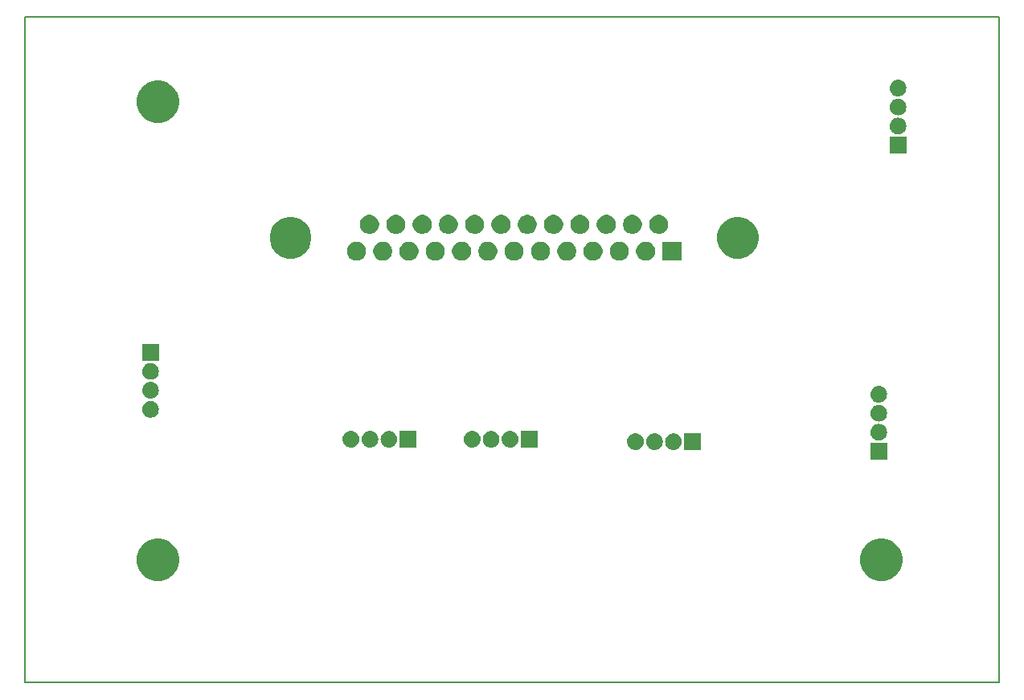
<source format=gbr>
G04 #@! TF.GenerationSoftware,KiCad,Pcbnew,5.0.1-33cea8e~68~ubuntu16.04.1*
G04 #@! TF.CreationDate,2018-11-08T21:42:09-02:00*
G04 #@! TF.ProjectId,Placa do elevador 2 - macho,506C61636120646F20656C657661646F,rev?*
G04 #@! TF.SameCoordinates,Original*
G04 #@! TF.FileFunction,Soldermask,Top*
G04 #@! TF.FilePolarity,Negative*
%FSLAX46Y46*%
G04 Gerber Fmt 4.6, Leading zero omitted, Abs format (unit mm)*
G04 Created by KiCad (PCBNEW 5.0.1-33cea8e~68~ubuntu16.04.1) date Qui 08 Nov 2018 21:42:09 -02*
%MOMM*%
%LPD*%
G01*
G04 APERTURE LIST*
%ADD10C,0.150000*%
%ADD11C,0.100000*%
G04 APERTURE END LIST*
D10*
X100330000Y-106934000D02*
X202946000Y-106934000D01*
X100330000Y-36830000D02*
X100330000Y-106934000D01*
X202946000Y-94742000D02*
X202946000Y-106934000D01*
X202946000Y-36830000D02*
X202946000Y-94742000D01*
X100330000Y-36830000D02*
X202946000Y-36830000D01*
D11*
G36*
X191151050Y-91833774D02*
X191557249Y-92002027D01*
X191917953Y-92243042D01*
X191922820Y-92246294D01*
X192233706Y-92557180D01*
X192477974Y-92922753D01*
X192646226Y-93328950D01*
X192732000Y-93760166D01*
X192732000Y-94199834D01*
X192646226Y-94631050D01*
X192477974Y-95037247D01*
X192233706Y-95402820D01*
X191922820Y-95713706D01*
X191922817Y-95713708D01*
X191557249Y-95957973D01*
X191557248Y-95957974D01*
X191557247Y-95957974D01*
X191151050Y-96126226D01*
X190719834Y-96212000D01*
X190280166Y-96212000D01*
X189848950Y-96126226D01*
X189442753Y-95957974D01*
X189442752Y-95957974D01*
X189442751Y-95957973D01*
X189077183Y-95713708D01*
X189077180Y-95713706D01*
X188766294Y-95402820D01*
X188522026Y-95037247D01*
X188353774Y-94631050D01*
X188268000Y-94199834D01*
X188268000Y-93760166D01*
X188353774Y-93328950D01*
X188522026Y-92922753D01*
X188766294Y-92557180D01*
X189077180Y-92246294D01*
X189082047Y-92243042D01*
X189442751Y-92002027D01*
X189848950Y-91833774D01*
X190280166Y-91748000D01*
X190719834Y-91748000D01*
X191151050Y-91833774D01*
X191151050Y-91833774D01*
G37*
G36*
X114951050Y-91833774D02*
X115357249Y-92002027D01*
X115717953Y-92243042D01*
X115722820Y-92246294D01*
X116033706Y-92557180D01*
X116277974Y-92922753D01*
X116446226Y-93328950D01*
X116532000Y-93760166D01*
X116532000Y-94199834D01*
X116446226Y-94631050D01*
X116277974Y-95037247D01*
X116033706Y-95402820D01*
X115722820Y-95713706D01*
X115722817Y-95713708D01*
X115357249Y-95957973D01*
X115357248Y-95957974D01*
X115357247Y-95957974D01*
X114951050Y-96126226D01*
X114519834Y-96212000D01*
X114080166Y-96212000D01*
X113648950Y-96126226D01*
X113242753Y-95957974D01*
X113242752Y-95957974D01*
X113242751Y-95957973D01*
X112877183Y-95713708D01*
X112877180Y-95713706D01*
X112566294Y-95402820D01*
X112322026Y-95037247D01*
X112153774Y-94631050D01*
X112068000Y-94199834D01*
X112068000Y-93760166D01*
X112153774Y-93328950D01*
X112322026Y-92922753D01*
X112566294Y-92557180D01*
X112877180Y-92246294D01*
X112882047Y-92243042D01*
X113242751Y-92002027D01*
X113648950Y-91833774D01*
X114080166Y-91748000D01*
X114519834Y-91748000D01*
X114951050Y-91833774D01*
X114951050Y-91833774D01*
G37*
G36*
X190258835Y-81669618D02*
X190295120Y-81675000D01*
X191121000Y-81675000D01*
X191121000Y-83425000D01*
X189371000Y-83425000D01*
X189371000Y-81675000D01*
X190196880Y-81675000D01*
X190221266Y-81672598D01*
X190244715Y-81665485D01*
X190246524Y-81664518D01*
X190258835Y-81669618D01*
X190258835Y-81669618D01*
G37*
G36*
X164709829Y-80663220D02*
X164795530Y-80671661D01*
X164905489Y-80705017D01*
X164960469Y-80721695D01*
X165011137Y-80748778D01*
X165112476Y-80802944D01*
X165245712Y-80912288D01*
X165355056Y-81045524D01*
X165388701Y-81108470D01*
X165436305Y-81197531D01*
X165436305Y-81197532D01*
X165486339Y-81362470D01*
X165486339Y-81362472D01*
X165499602Y-81497132D01*
X165504383Y-81521166D01*
X165509699Y-81534000D01*
X165504382Y-81546835D01*
X165499602Y-81570868D01*
X165486339Y-81705530D01*
X165467245Y-81768474D01*
X165436305Y-81870469D01*
X165419605Y-81901712D01*
X165355056Y-82022476D01*
X165245712Y-82155712D01*
X165112476Y-82265056D01*
X165011137Y-82319222D01*
X164960469Y-82346305D01*
X164905489Y-82362983D01*
X164795530Y-82396339D01*
X164709829Y-82404780D01*
X164666980Y-82409000D01*
X164581020Y-82409000D01*
X164538171Y-82404780D01*
X164452470Y-82396339D01*
X164342511Y-82362983D01*
X164287531Y-82346305D01*
X164236863Y-82319222D01*
X164135524Y-82265056D01*
X164002288Y-82155712D01*
X163892944Y-82022476D01*
X163828395Y-81901712D01*
X163811695Y-81870469D01*
X163780755Y-81768474D01*
X163761661Y-81705530D01*
X163744767Y-81534000D01*
X163761661Y-81362470D01*
X163811695Y-81197532D01*
X163811695Y-81197531D01*
X163859299Y-81108470D01*
X163892944Y-81045524D01*
X164002288Y-80912288D01*
X164135524Y-80802944D01*
X164236863Y-80748778D01*
X164287531Y-80721695D01*
X164342511Y-80705017D01*
X164452470Y-80671661D01*
X164538171Y-80663220D01*
X164581020Y-80659000D01*
X164666980Y-80659000D01*
X164709829Y-80663220D01*
X164709829Y-80663220D01*
G37*
G36*
X171499000Y-82409000D02*
X169749000Y-82409000D01*
X169749000Y-81583120D01*
X169746598Y-81558734D01*
X169739485Y-81535285D01*
X169738518Y-81533476D01*
X169743618Y-81521165D01*
X169749000Y-81484880D01*
X169749000Y-80659000D01*
X171499000Y-80659000D01*
X171499000Y-82409000D01*
X171499000Y-82409000D01*
G37*
G36*
X166709829Y-80663220D02*
X166795530Y-80671661D01*
X166905489Y-80705017D01*
X166960469Y-80721695D01*
X167011137Y-80748778D01*
X167112476Y-80802944D01*
X167245712Y-80912288D01*
X167355056Y-81045524D01*
X167388701Y-81108470D01*
X167436305Y-81197531D01*
X167436305Y-81197532D01*
X167486339Y-81362470D01*
X167486339Y-81362472D01*
X167499602Y-81497132D01*
X167504383Y-81521166D01*
X167509699Y-81534000D01*
X167504382Y-81546835D01*
X167499602Y-81570868D01*
X167486339Y-81705530D01*
X167467245Y-81768474D01*
X167436305Y-81870469D01*
X167419605Y-81901712D01*
X167355056Y-82022476D01*
X167245712Y-82155712D01*
X167112476Y-82265056D01*
X167011137Y-82319222D01*
X166960469Y-82346305D01*
X166905489Y-82362983D01*
X166795530Y-82396339D01*
X166709829Y-82404780D01*
X166666980Y-82409000D01*
X166581020Y-82409000D01*
X166538171Y-82404780D01*
X166452470Y-82396339D01*
X166342511Y-82362983D01*
X166287531Y-82346305D01*
X166236863Y-82319222D01*
X166135524Y-82265056D01*
X166002288Y-82155712D01*
X165892944Y-82022476D01*
X165828395Y-81901712D01*
X165811695Y-81870469D01*
X165780755Y-81768474D01*
X165761661Y-81705530D01*
X165748398Y-81570868D01*
X165743617Y-81546834D01*
X165738301Y-81534000D01*
X165743618Y-81521165D01*
X165748398Y-81497132D01*
X165761661Y-81362472D01*
X165761661Y-81362470D01*
X165811695Y-81197532D01*
X165811695Y-81197531D01*
X165859299Y-81108470D01*
X165892944Y-81045524D01*
X166002288Y-80912288D01*
X166135524Y-80802944D01*
X166236863Y-80748778D01*
X166287531Y-80721695D01*
X166342511Y-80705017D01*
X166452470Y-80671661D01*
X166538171Y-80663220D01*
X166581020Y-80659000D01*
X166666980Y-80659000D01*
X166709829Y-80663220D01*
X166709829Y-80663220D01*
G37*
G36*
X168709829Y-80663220D02*
X168795530Y-80671661D01*
X168905489Y-80705017D01*
X168960469Y-80721695D01*
X169011137Y-80748778D01*
X169112476Y-80802944D01*
X169245712Y-80912288D01*
X169355056Y-81045524D01*
X169388701Y-81108470D01*
X169436305Y-81197531D01*
X169436305Y-81197532D01*
X169486339Y-81362470D01*
X169486339Y-81362472D01*
X169499602Y-81497132D01*
X169504383Y-81521166D01*
X169509482Y-81533476D01*
X169508515Y-81535285D01*
X169499602Y-81570868D01*
X169486339Y-81705530D01*
X169467245Y-81768474D01*
X169436305Y-81870469D01*
X169419605Y-81901712D01*
X169355056Y-82022476D01*
X169245712Y-82155712D01*
X169112476Y-82265056D01*
X169011137Y-82319222D01*
X168960469Y-82346305D01*
X168905489Y-82362983D01*
X168795530Y-82396339D01*
X168709829Y-82404780D01*
X168666980Y-82409000D01*
X168581020Y-82409000D01*
X168538171Y-82404780D01*
X168452470Y-82396339D01*
X168342511Y-82362983D01*
X168287531Y-82346305D01*
X168236863Y-82319222D01*
X168135524Y-82265056D01*
X168002288Y-82155712D01*
X167892944Y-82022476D01*
X167828395Y-81901712D01*
X167811695Y-81870469D01*
X167780755Y-81768474D01*
X167761661Y-81705530D01*
X167748398Y-81570868D01*
X167743617Y-81546834D01*
X167738301Y-81534000D01*
X167743618Y-81521165D01*
X167748398Y-81497132D01*
X167761661Y-81362472D01*
X167761661Y-81362470D01*
X167811695Y-81197532D01*
X167811695Y-81197531D01*
X167859299Y-81108470D01*
X167892944Y-81045524D01*
X168002288Y-80912288D01*
X168135524Y-80802944D01*
X168236863Y-80748778D01*
X168287531Y-80721695D01*
X168342511Y-80705017D01*
X168452470Y-80671661D01*
X168538171Y-80663220D01*
X168581020Y-80659000D01*
X168666980Y-80659000D01*
X168709829Y-80663220D01*
X168709829Y-80663220D01*
G37*
G36*
X147501829Y-80409220D02*
X147587530Y-80417661D01*
X147697489Y-80451017D01*
X147752469Y-80467695D01*
X147803137Y-80494778D01*
X147904476Y-80548944D01*
X148037712Y-80658288D01*
X148147056Y-80791524D01*
X148201222Y-80892863D01*
X148228305Y-80943531D01*
X148228305Y-80943532D01*
X148278339Y-81108470D01*
X148278339Y-81108472D01*
X148291602Y-81243132D01*
X148296383Y-81267166D01*
X148301699Y-81280000D01*
X148296382Y-81292835D01*
X148291602Y-81316868D01*
X148278339Y-81451530D01*
X148253322Y-81534000D01*
X148228305Y-81616469D01*
X148202622Y-81664518D01*
X148147056Y-81768476D01*
X148037712Y-81901712D01*
X147904476Y-82011056D01*
X147803137Y-82065222D01*
X147752469Y-82092305D01*
X147697489Y-82108983D01*
X147587530Y-82142339D01*
X147501829Y-82150780D01*
X147458980Y-82155000D01*
X147373020Y-82155000D01*
X147330171Y-82150780D01*
X147244470Y-82142339D01*
X147134511Y-82108983D01*
X147079531Y-82092305D01*
X147028863Y-82065222D01*
X146927524Y-82011056D01*
X146794288Y-81901712D01*
X146684944Y-81768476D01*
X146629378Y-81664518D01*
X146603695Y-81616469D01*
X146578678Y-81534000D01*
X146553661Y-81451530D01*
X146536767Y-81280000D01*
X146553661Y-81108470D01*
X146603695Y-80943532D01*
X146603695Y-80943531D01*
X146630778Y-80892863D01*
X146684944Y-80791524D01*
X146794288Y-80658288D01*
X146927524Y-80548944D01*
X147028863Y-80494778D01*
X147079531Y-80467695D01*
X147134511Y-80451017D01*
X147244470Y-80417661D01*
X147330171Y-80409220D01*
X147373020Y-80405000D01*
X147458980Y-80405000D01*
X147501829Y-80409220D01*
X147501829Y-80409220D01*
G37*
G36*
X149501829Y-80409220D02*
X149587530Y-80417661D01*
X149697489Y-80451017D01*
X149752469Y-80467695D01*
X149803137Y-80494778D01*
X149904476Y-80548944D01*
X150037712Y-80658288D01*
X150147056Y-80791524D01*
X150201222Y-80892863D01*
X150228305Y-80943531D01*
X150228305Y-80943532D01*
X150278339Y-81108470D01*
X150278339Y-81108472D01*
X150291602Y-81243132D01*
X150296383Y-81267166D01*
X150301699Y-81280000D01*
X150296382Y-81292835D01*
X150291602Y-81316868D01*
X150278339Y-81451530D01*
X150253322Y-81534000D01*
X150228305Y-81616469D01*
X150202622Y-81664518D01*
X150147056Y-81768476D01*
X150037712Y-81901712D01*
X149904476Y-82011056D01*
X149803137Y-82065222D01*
X149752469Y-82092305D01*
X149697489Y-82108983D01*
X149587530Y-82142339D01*
X149501829Y-82150780D01*
X149458980Y-82155000D01*
X149373020Y-82155000D01*
X149330171Y-82150780D01*
X149244470Y-82142339D01*
X149134511Y-82108983D01*
X149079531Y-82092305D01*
X149028863Y-82065222D01*
X148927524Y-82011056D01*
X148794288Y-81901712D01*
X148684944Y-81768476D01*
X148629378Y-81664518D01*
X148603695Y-81616469D01*
X148578678Y-81534000D01*
X148553661Y-81451530D01*
X148540398Y-81316868D01*
X148535617Y-81292834D01*
X148530301Y-81280000D01*
X148535618Y-81267165D01*
X148540398Y-81243132D01*
X148553661Y-81108472D01*
X148553661Y-81108470D01*
X148603695Y-80943532D01*
X148603695Y-80943531D01*
X148630778Y-80892863D01*
X148684944Y-80791524D01*
X148794288Y-80658288D01*
X148927524Y-80548944D01*
X149028863Y-80494778D01*
X149079531Y-80467695D01*
X149134511Y-80451017D01*
X149244470Y-80417661D01*
X149330171Y-80409220D01*
X149373020Y-80405000D01*
X149458980Y-80405000D01*
X149501829Y-80409220D01*
X149501829Y-80409220D01*
G37*
G36*
X151501829Y-80409220D02*
X151587530Y-80417661D01*
X151697489Y-80451017D01*
X151752469Y-80467695D01*
X151803137Y-80494778D01*
X151904476Y-80548944D01*
X152037712Y-80658288D01*
X152147056Y-80791524D01*
X152201222Y-80892863D01*
X152228305Y-80943531D01*
X152228305Y-80943532D01*
X152278339Y-81108470D01*
X152278339Y-81108472D01*
X152291602Y-81243132D01*
X152296383Y-81267166D01*
X152301482Y-81279476D01*
X152300515Y-81281285D01*
X152291602Y-81316868D01*
X152278339Y-81451530D01*
X152253322Y-81534000D01*
X152228305Y-81616469D01*
X152202622Y-81664518D01*
X152147056Y-81768476D01*
X152037712Y-81901712D01*
X151904476Y-82011056D01*
X151803137Y-82065222D01*
X151752469Y-82092305D01*
X151697489Y-82108983D01*
X151587530Y-82142339D01*
X151501829Y-82150780D01*
X151458980Y-82155000D01*
X151373020Y-82155000D01*
X151330171Y-82150780D01*
X151244470Y-82142339D01*
X151134511Y-82108983D01*
X151079531Y-82092305D01*
X151028863Y-82065222D01*
X150927524Y-82011056D01*
X150794288Y-81901712D01*
X150684944Y-81768476D01*
X150629378Y-81664518D01*
X150603695Y-81616469D01*
X150578678Y-81534000D01*
X150553661Y-81451530D01*
X150540398Y-81316868D01*
X150535617Y-81292834D01*
X150530301Y-81280000D01*
X150535618Y-81267165D01*
X150540398Y-81243132D01*
X150553661Y-81108472D01*
X150553661Y-81108470D01*
X150603695Y-80943532D01*
X150603695Y-80943531D01*
X150630778Y-80892863D01*
X150684944Y-80791524D01*
X150794288Y-80658288D01*
X150927524Y-80548944D01*
X151028863Y-80494778D01*
X151079531Y-80467695D01*
X151134511Y-80451017D01*
X151244470Y-80417661D01*
X151330171Y-80409220D01*
X151373020Y-80405000D01*
X151458980Y-80405000D01*
X151501829Y-80409220D01*
X151501829Y-80409220D01*
G37*
G36*
X154291000Y-82155000D02*
X152541000Y-82155000D01*
X152541000Y-81329120D01*
X152538598Y-81304734D01*
X152531485Y-81281285D01*
X152530518Y-81279476D01*
X152535618Y-81267165D01*
X152541000Y-81230880D01*
X152541000Y-80405000D01*
X154291000Y-80405000D01*
X154291000Y-82155000D01*
X154291000Y-82155000D01*
G37*
G36*
X136737829Y-80409220D02*
X136823530Y-80417661D01*
X136933489Y-80451017D01*
X136988469Y-80467695D01*
X137039137Y-80494778D01*
X137140476Y-80548944D01*
X137273712Y-80658288D01*
X137383056Y-80791524D01*
X137437222Y-80892863D01*
X137464305Y-80943531D01*
X137464305Y-80943532D01*
X137514339Y-81108470D01*
X137514339Y-81108472D01*
X137527602Y-81243132D01*
X137532383Y-81267166D01*
X137537699Y-81280000D01*
X137532382Y-81292835D01*
X137527602Y-81316868D01*
X137514339Y-81451530D01*
X137489322Y-81534000D01*
X137464305Y-81616469D01*
X137438622Y-81664518D01*
X137383056Y-81768476D01*
X137273712Y-81901712D01*
X137140476Y-82011056D01*
X137039137Y-82065222D01*
X136988469Y-82092305D01*
X136933489Y-82108983D01*
X136823530Y-82142339D01*
X136737829Y-82150780D01*
X136694980Y-82155000D01*
X136609020Y-82155000D01*
X136566171Y-82150780D01*
X136480470Y-82142339D01*
X136370511Y-82108983D01*
X136315531Y-82092305D01*
X136264863Y-82065222D01*
X136163524Y-82011056D01*
X136030288Y-81901712D01*
X135920944Y-81768476D01*
X135865378Y-81664518D01*
X135839695Y-81616469D01*
X135814678Y-81534000D01*
X135789661Y-81451530D01*
X135776398Y-81316868D01*
X135771617Y-81292834D01*
X135766301Y-81280000D01*
X135771618Y-81267165D01*
X135776398Y-81243132D01*
X135789661Y-81108472D01*
X135789661Y-81108470D01*
X135839695Y-80943532D01*
X135839695Y-80943531D01*
X135866778Y-80892863D01*
X135920944Y-80791524D01*
X136030288Y-80658288D01*
X136163524Y-80548944D01*
X136264863Y-80494778D01*
X136315531Y-80467695D01*
X136370511Y-80451017D01*
X136480470Y-80417661D01*
X136566171Y-80409220D01*
X136609020Y-80405000D01*
X136694980Y-80405000D01*
X136737829Y-80409220D01*
X136737829Y-80409220D01*
G37*
G36*
X138737829Y-80409220D02*
X138823530Y-80417661D01*
X138933489Y-80451017D01*
X138988469Y-80467695D01*
X139039137Y-80494778D01*
X139140476Y-80548944D01*
X139273712Y-80658288D01*
X139383056Y-80791524D01*
X139437222Y-80892863D01*
X139464305Y-80943531D01*
X139464305Y-80943532D01*
X139514339Y-81108470D01*
X139514339Y-81108472D01*
X139527602Y-81243132D01*
X139532383Y-81267166D01*
X139537482Y-81279476D01*
X139536515Y-81281285D01*
X139527602Y-81316868D01*
X139514339Y-81451530D01*
X139489322Y-81534000D01*
X139464305Y-81616469D01*
X139438622Y-81664518D01*
X139383056Y-81768476D01*
X139273712Y-81901712D01*
X139140476Y-82011056D01*
X139039137Y-82065222D01*
X138988469Y-82092305D01*
X138933489Y-82108983D01*
X138823530Y-82142339D01*
X138737829Y-82150780D01*
X138694980Y-82155000D01*
X138609020Y-82155000D01*
X138566171Y-82150780D01*
X138480470Y-82142339D01*
X138370511Y-82108983D01*
X138315531Y-82092305D01*
X138264863Y-82065222D01*
X138163524Y-82011056D01*
X138030288Y-81901712D01*
X137920944Y-81768476D01*
X137865378Y-81664518D01*
X137839695Y-81616469D01*
X137814678Y-81534000D01*
X137789661Y-81451530D01*
X137776398Y-81316868D01*
X137771617Y-81292834D01*
X137766301Y-81280000D01*
X137771618Y-81267165D01*
X137776398Y-81243132D01*
X137789661Y-81108472D01*
X137789661Y-81108470D01*
X137839695Y-80943532D01*
X137839695Y-80943531D01*
X137866778Y-80892863D01*
X137920944Y-80791524D01*
X138030288Y-80658288D01*
X138163524Y-80548944D01*
X138264863Y-80494778D01*
X138315531Y-80467695D01*
X138370511Y-80451017D01*
X138480470Y-80417661D01*
X138566171Y-80409220D01*
X138609020Y-80405000D01*
X138694980Y-80405000D01*
X138737829Y-80409220D01*
X138737829Y-80409220D01*
G37*
G36*
X141527000Y-82155000D02*
X139777000Y-82155000D01*
X139777000Y-81329120D01*
X139774598Y-81304734D01*
X139767485Y-81281285D01*
X139766518Y-81279476D01*
X139771618Y-81267165D01*
X139777000Y-81230880D01*
X139777000Y-80405000D01*
X141527000Y-80405000D01*
X141527000Y-82155000D01*
X141527000Y-82155000D01*
G37*
G36*
X134737829Y-80409220D02*
X134823530Y-80417661D01*
X134933489Y-80451017D01*
X134988469Y-80467695D01*
X135039137Y-80494778D01*
X135140476Y-80548944D01*
X135273712Y-80658288D01*
X135383056Y-80791524D01*
X135437222Y-80892863D01*
X135464305Y-80943531D01*
X135464305Y-80943532D01*
X135514339Y-81108470D01*
X135514339Y-81108472D01*
X135527602Y-81243132D01*
X135532383Y-81267166D01*
X135537699Y-81280000D01*
X135532382Y-81292835D01*
X135527602Y-81316868D01*
X135514339Y-81451530D01*
X135489322Y-81534000D01*
X135464305Y-81616469D01*
X135438622Y-81664518D01*
X135383056Y-81768476D01*
X135273712Y-81901712D01*
X135140476Y-82011056D01*
X135039137Y-82065222D01*
X134988469Y-82092305D01*
X134933489Y-82108983D01*
X134823530Y-82142339D01*
X134737829Y-82150780D01*
X134694980Y-82155000D01*
X134609020Y-82155000D01*
X134566171Y-82150780D01*
X134480470Y-82142339D01*
X134370511Y-82108983D01*
X134315531Y-82092305D01*
X134264863Y-82065222D01*
X134163524Y-82011056D01*
X134030288Y-81901712D01*
X133920944Y-81768476D01*
X133865378Y-81664518D01*
X133839695Y-81616469D01*
X133814678Y-81534000D01*
X133789661Y-81451530D01*
X133772767Y-81280000D01*
X133789661Y-81108470D01*
X133839695Y-80943532D01*
X133839695Y-80943531D01*
X133866778Y-80892863D01*
X133920944Y-80791524D01*
X134030288Y-80658288D01*
X134163524Y-80548944D01*
X134264863Y-80494778D01*
X134315531Y-80467695D01*
X134370511Y-80451017D01*
X134480470Y-80417661D01*
X134566171Y-80409220D01*
X134609020Y-80405000D01*
X134694980Y-80405000D01*
X134737829Y-80409220D01*
X134737829Y-80409220D01*
G37*
G36*
X190258835Y-79669618D02*
X190282868Y-79674398D01*
X190335664Y-79679598D01*
X190417530Y-79687661D01*
X190527489Y-79721017D01*
X190582469Y-79737695D01*
X190633137Y-79764778D01*
X190734476Y-79818944D01*
X190867712Y-79928288D01*
X190977056Y-80061524D01*
X191031222Y-80162863D01*
X191058305Y-80213531D01*
X191058305Y-80213532D01*
X191108339Y-80378470D01*
X191125233Y-80550000D01*
X191108339Y-80721530D01*
X191083642Y-80802944D01*
X191058305Y-80886469D01*
X191044504Y-80912288D01*
X190977056Y-81038476D01*
X190867712Y-81171712D01*
X190734476Y-81281056D01*
X190633137Y-81335222D01*
X190582469Y-81362305D01*
X190527489Y-81378983D01*
X190417530Y-81412339D01*
X190335664Y-81420402D01*
X190282868Y-81425602D01*
X190258834Y-81430383D01*
X190246524Y-81435482D01*
X190244715Y-81434515D01*
X190209132Y-81425602D01*
X190156336Y-81420402D01*
X190074470Y-81412339D01*
X189964511Y-81378983D01*
X189909531Y-81362305D01*
X189858863Y-81335222D01*
X189757524Y-81281056D01*
X189624288Y-81171712D01*
X189514944Y-81038476D01*
X189447496Y-80912288D01*
X189433695Y-80886469D01*
X189408358Y-80802944D01*
X189383661Y-80721530D01*
X189366767Y-80550000D01*
X189383661Y-80378470D01*
X189433695Y-80213532D01*
X189433695Y-80213531D01*
X189460778Y-80162863D01*
X189514944Y-80061524D01*
X189624288Y-79928288D01*
X189757524Y-79818944D01*
X189858863Y-79764778D01*
X189909531Y-79737695D01*
X189964511Y-79721017D01*
X190074470Y-79687661D01*
X190156336Y-79679598D01*
X190209132Y-79674398D01*
X190233166Y-79669617D01*
X190246000Y-79664301D01*
X190258835Y-79669618D01*
X190258835Y-79669618D01*
G37*
G36*
X190258835Y-77669618D02*
X190282868Y-77674398D01*
X190335664Y-77679598D01*
X190417530Y-77687661D01*
X190527489Y-77721017D01*
X190582469Y-77737695D01*
X190633137Y-77764778D01*
X190734476Y-77818944D01*
X190867712Y-77928288D01*
X190977056Y-78061524D01*
X191031222Y-78162863D01*
X191058305Y-78213531D01*
X191058305Y-78213532D01*
X191108339Y-78378470D01*
X191125233Y-78550000D01*
X191108339Y-78721530D01*
X191097363Y-78757712D01*
X191058305Y-78886469D01*
X191031222Y-78937137D01*
X190977056Y-79038476D01*
X190867712Y-79171712D01*
X190734476Y-79281056D01*
X190633137Y-79335222D01*
X190582469Y-79362305D01*
X190527489Y-79378983D01*
X190417530Y-79412339D01*
X190335664Y-79420402D01*
X190282868Y-79425602D01*
X190258834Y-79430383D01*
X190246000Y-79435699D01*
X190233165Y-79430382D01*
X190209132Y-79425602D01*
X190156336Y-79420402D01*
X190074470Y-79412339D01*
X189964511Y-79378983D01*
X189909531Y-79362305D01*
X189858863Y-79335222D01*
X189757524Y-79281056D01*
X189624288Y-79171712D01*
X189514944Y-79038476D01*
X189460778Y-78937137D01*
X189433695Y-78886469D01*
X189394637Y-78757712D01*
X189383661Y-78721530D01*
X189366767Y-78550000D01*
X189383661Y-78378470D01*
X189433695Y-78213532D01*
X189433695Y-78213531D01*
X189460778Y-78162863D01*
X189514944Y-78061524D01*
X189624288Y-77928288D01*
X189757524Y-77818944D01*
X189858863Y-77764778D01*
X189909531Y-77737695D01*
X189964511Y-77721017D01*
X190074470Y-77687661D01*
X190156336Y-77679598D01*
X190209132Y-77674398D01*
X190233166Y-77669617D01*
X190246000Y-77664301D01*
X190258835Y-77669618D01*
X190258835Y-77669618D01*
G37*
G36*
X113550835Y-77255618D02*
X113574868Y-77260398D01*
X113627664Y-77265598D01*
X113709530Y-77273661D01*
X113819489Y-77307017D01*
X113874469Y-77323695D01*
X113925137Y-77350778D01*
X114026476Y-77404944D01*
X114159712Y-77514288D01*
X114269056Y-77647524D01*
X114290509Y-77687661D01*
X114350305Y-77799531D01*
X114350305Y-77799532D01*
X114400339Y-77964470D01*
X114417233Y-78136000D01*
X114400339Y-78307530D01*
X114378819Y-78378470D01*
X114350305Y-78472469D01*
X114323222Y-78523137D01*
X114269056Y-78624476D01*
X114159712Y-78757712D01*
X114026476Y-78867056D01*
X113925137Y-78921222D01*
X113874469Y-78948305D01*
X113819489Y-78964983D01*
X113709530Y-78998339D01*
X113623829Y-79006780D01*
X113580980Y-79011000D01*
X113495020Y-79011000D01*
X113452171Y-79006780D01*
X113366470Y-78998339D01*
X113256511Y-78964983D01*
X113201531Y-78948305D01*
X113150863Y-78921222D01*
X113049524Y-78867056D01*
X112916288Y-78757712D01*
X112806944Y-78624476D01*
X112752778Y-78523137D01*
X112725695Y-78472469D01*
X112697181Y-78378470D01*
X112675661Y-78307530D01*
X112658767Y-78136000D01*
X112675661Y-77964470D01*
X112725695Y-77799532D01*
X112725695Y-77799531D01*
X112785491Y-77687661D01*
X112806944Y-77647524D01*
X112916288Y-77514288D01*
X113049524Y-77404944D01*
X113150863Y-77350778D01*
X113201531Y-77323695D01*
X113256511Y-77307017D01*
X113366470Y-77273661D01*
X113448336Y-77265598D01*
X113501132Y-77260398D01*
X113525166Y-77255617D01*
X113538000Y-77250301D01*
X113550835Y-77255618D01*
X113550835Y-77255618D01*
G37*
G36*
X190331829Y-75679220D02*
X190417530Y-75687661D01*
X190527489Y-75721017D01*
X190582469Y-75737695D01*
X190633137Y-75764778D01*
X190734476Y-75818944D01*
X190867712Y-75928288D01*
X190977056Y-76061524D01*
X191031222Y-76162863D01*
X191058305Y-76213531D01*
X191058305Y-76213532D01*
X191108339Y-76378470D01*
X191125233Y-76550000D01*
X191108339Y-76721530D01*
X191097363Y-76757712D01*
X191058305Y-76886469D01*
X191031222Y-76937137D01*
X190977056Y-77038476D01*
X190867712Y-77171712D01*
X190734476Y-77281056D01*
X190654703Y-77323695D01*
X190582469Y-77362305D01*
X190527489Y-77378983D01*
X190417530Y-77412339D01*
X190335664Y-77420402D01*
X190282868Y-77425602D01*
X190258834Y-77430383D01*
X190246000Y-77435699D01*
X190233165Y-77430382D01*
X190209132Y-77425602D01*
X190156336Y-77420402D01*
X190074470Y-77412339D01*
X189964511Y-77378983D01*
X189909531Y-77362305D01*
X189837297Y-77323695D01*
X189757524Y-77281056D01*
X189624288Y-77171712D01*
X189514944Y-77038476D01*
X189460778Y-76937137D01*
X189433695Y-76886469D01*
X189394637Y-76757712D01*
X189383661Y-76721530D01*
X189366767Y-76550000D01*
X189383661Y-76378470D01*
X189433695Y-76213532D01*
X189433695Y-76213531D01*
X189460778Y-76162863D01*
X189514944Y-76061524D01*
X189624288Y-75928288D01*
X189757524Y-75818944D01*
X189858863Y-75764778D01*
X189909531Y-75737695D01*
X189964511Y-75721017D01*
X190074470Y-75687661D01*
X190160171Y-75679220D01*
X190203020Y-75675000D01*
X190288980Y-75675000D01*
X190331829Y-75679220D01*
X190331829Y-75679220D01*
G37*
G36*
X113550835Y-75255618D02*
X113574868Y-75260398D01*
X113627664Y-75265598D01*
X113709530Y-75273661D01*
X113819489Y-75307017D01*
X113874469Y-75323695D01*
X113925137Y-75350778D01*
X114026476Y-75404944D01*
X114159712Y-75514288D01*
X114269056Y-75647524D01*
X114290509Y-75687661D01*
X114350305Y-75799531D01*
X114350305Y-75799532D01*
X114400339Y-75964470D01*
X114417233Y-76136000D01*
X114400339Y-76307530D01*
X114378819Y-76378470D01*
X114350305Y-76472469D01*
X114323222Y-76523137D01*
X114269056Y-76624476D01*
X114159712Y-76757712D01*
X114026476Y-76867056D01*
X113925137Y-76921222D01*
X113874469Y-76948305D01*
X113819489Y-76964983D01*
X113709530Y-76998339D01*
X113627664Y-77006402D01*
X113574868Y-77011602D01*
X113550834Y-77016383D01*
X113538000Y-77021699D01*
X113525165Y-77016382D01*
X113501132Y-77011602D01*
X113448336Y-77006402D01*
X113366470Y-76998339D01*
X113256511Y-76964983D01*
X113201531Y-76948305D01*
X113150863Y-76921222D01*
X113049524Y-76867056D01*
X112916288Y-76757712D01*
X112806944Y-76624476D01*
X112752778Y-76523137D01*
X112725695Y-76472469D01*
X112697181Y-76378470D01*
X112675661Y-76307530D01*
X112658767Y-76136000D01*
X112675661Y-75964470D01*
X112725695Y-75799532D01*
X112725695Y-75799531D01*
X112785491Y-75687661D01*
X112806944Y-75647524D01*
X112916288Y-75514288D01*
X113049524Y-75404944D01*
X113150863Y-75350778D01*
X113201531Y-75323695D01*
X113256511Y-75307017D01*
X113366470Y-75273661D01*
X113448336Y-75265598D01*
X113501132Y-75260398D01*
X113525166Y-75255617D01*
X113538000Y-75250301D01*
X113550835Y-75255618D01*
X113550835Y-75255618D01*
G37*
G36*
X113539285Y-73251485D02*
X113574868Y-73260398D01*
X113627664Y-73265598D01*
X113709530Y-73273661D01*
X113819489Y-73307017D01*
X113874469Y-73323695D01*
X113925137Y-73350778D01*
X114026476Y-73404944D01*
X114159712Y-73514288D01*
X114269056Y-73647524D01*
X114323222Y-73748863D01*
X114350305Y-73799531D01*
X114350305Y-73799532D01*
X114400339Y-73964470D01*
X114417233Y-74136000D01*
X114400339Y-74307530D01*
X114366983Y-74417489D01*
X114350305Y-74472469D01*
X114323222Y-74523137D01*
X114269056Y-74624476D01*
X114159712Y-74757712D01*
X114026476Y-74867056D01*
X113925137Y-74921222D01*
X113874469Y-74948305D01*
X113819489Y-74964983D01*
X113709530Y-74998339D01*
X113627664Y-75006402D01*
X113574868Y-75011602D01*
X113550834Y-75016383D01*
X113538000Y-75021699D01*
X113525165Y-75016382D01*
X113501132Y-75011602D01*
X113448336Y-75006402D01*
X113366470Y-74998339D01*
X113256511Y-74964983D01*
X113201531Y-74948305D01*
X113150863Y-74921222D01*
X113049524Y-74867056D01*
X112916288Y-74757712D01*
X112806944Y-74624476D01*
X112752778Y-74523137D01*
X112725695Y-74472469D01*
X112709017Y-74417489D01*
X112675661Y-74307530D01*
X112658767Y-74136000D01*
X112675661Y-73964470D01*
X112725695Y-73799532D01*
X112725695Y-73799531D01*
X112752778Y-73748863D01*
X112806944Y-73647524D01*
X112916288Y-73514288D01*
X113049524Y-73404944D01*
X113150863Y-73350778D01*
X113201531Y-73323695D01*
X113256511Y-73307017D01*
X113366470Y-73273661D01*
X113448336Y-73265598D01*
X113501132Y-73260398D01*
X113525166Y-73255617D01*
X113537476Y-73250518D01*
X113539285Y-73251485D01*
X113539285Y-73251485D01*
G37*
G36*
X114413000Y-73011000D02*
X113587120Y-73011000D01*
X113562734Y-73013402D01*
X113539285Y-73020515D01*
X113537476Y-73021482D01*
X113525165Y-73016382D01*
X113488880Y-73011000D01*
X112663000Y-73011000D01*
X112663000Y-71261000D01*
X114413000Y-71261000D01*
X114413000Y-73011000D01*
X114413000Y-73011000D01*
G37*
G36*
X135398771Y-60503711D02*
X135514690Y-60526768D01*
X135696679Y-60602150D01*
X135860464Y-60711588D01*
X135999752Y-60850876D01*
X136109190Y-61014661D01*
X136184572Y-61196650D01*
X136223001Y-61389848D01*
X136223001Y-61586830D01*
X136184572Y-61780028D01*
X136109190Y-61962017D01*
X135999752Y-62125802D01*
X135860464Y-62265090D01*
X135696679Y-62374528D01*
X135514690Y-62449910D01*
X135398771Y-62472967D01*
X135321494Y-62488339D01*
X135124508Y-62488339D01*
X135047231Y-62472967D01*
X134931312Y-62449910D01*
X134749323Y-62374528D01*
X134585538Y-62265090D01*
X134446250Y-62125802D01*
X134336812Y-61962017D01*
X134261430Y-61780028D01*
X134223001Y-61586830D01*
X134223001Y-61389848D01*
X134261430Y-61196650D01*
X134336812Y-61014661D01*
X134446250Y-60850876D01*
X134585538Y-60711588D01*
X134749323Y-60602150D01*
X134931312Y-60526768D01*
X135047231Y-60503711D01*
X135124508Y-60488339D01*
X135321494Y-60488339D01*
X135398771Y-60503711D01*
X135398771Y-60503711D01*
G37*
G36*
X138168771Y-60503711D02*
X138284690Y-60526768D01*
X138466679Y-60602150D01*
X138630464Y-60711588D01*
X138769752Y-60850876D01*
X138879190Y-61014661D01*
X138954572Y-61196650D01*
X138993001Y-61389848D01*
X138993001Y-61586830D01*
X138954572Y-61780028D01*
X138879190Y-61962017D01*
X138769752Y-62125802D01*
X138630464Y-62265090D01*
X138466679Y-62374528D01*
X138284690Y-62449910D01*
X138168771Y-62472967D01*
X138091494Y-62488339D01*
X137894508Y-62488339D01*
X137817231Y-62472967D01*
X137701312Y-62449910D01*
X137519323Y-62374528D01*
X137355538Y-62265090D01*
X137216250Y-62125802D01*
X137106812Y-61962017D01*
X137031430Y-61780028D01*
X136993001Y-61586830D01*
X136993001Y-61389848D01*
X137031430Y-61196650D01*
X137106812Y-61014661D01*
X137216250Y-60850876D01*
X137355538Y-60711588D01*
X137519323Y-60602150D01*
X137701312Y-60526768D01*
X137817231Y-60503711D01*
X137894508Y-60488339D01*
X138091494Y-60488339D01*
X138168771Y-60503711D01*
X138168771Y-60503711D01*
G37*
G36*
X140938771Y-60503711D02*
X141054690Y-60526768D01*
X141236679Y-60602150D01*
X141400464Y-60711588D01*
X141539752Y-60850876D01*
X141649190Y-61014661D01*
X141724572Y-61196650D01*
X141763001Y-61389848D01*
X141763001Y-61586830D01*
X141724572Y-61780028D01*
X141649190Y-61962017D01*
X141539752Y-62125802D01*
X141400464Y-62265090D01*
X141236679Y-62374528D01*
X141054690Y-62449910D01*
X140938771Y-62472967D01*
X140861494Y-62488339D01*
X140664508Y-62488339D01*
X140587231Y-62472967D01*
X140471312Y-62449910D01*
X140289323Y-62374528D01*
X140125538Y-62265090D01*
X139986250Y-62125802D01*
X139876812Y-61962017D01*
X139801430Y-61780028D01*
X139763001Y-61586830D01*
X139763001Y-61389848D01*
X139801430Y-61196650D01*
X139876812Y-61014661D01*
X139986250Y-60850876D01*
X140125538Y-60711588D01*
X140289323Y-60602150D01*
X140471312Y-60526768D01*
X140587231Y-60503711D01*
X140664508Y-60488339D01*
X140861494Y-60488339D01*
X140938771Y-60503711D01*
X140938771Y-60503711D01*
G37*
G36*
X143708771Y-60503711D02*
X143824690Y-60526768D01*
X144006679Y-60602150D01*
X144170464Y-60711588D01*
X144309752Y-60850876D01*
X144419190Y-61014661D01*
X144494572Y-61196650D01*
X144533001Y-61389848D01*
X144533001Y-61586830D01*
X144494572Y-61780028D01*
X144419190Y-61962017D01*
X144309752Y-62125802D01*
X144170464Y-62265090D01*
X144006679Y-62374528D01*
X143824690Y-62449910D01*
X143708771Y-62472967D01*
X143631494Y-62488339D01*
X143434508Y-62488339D01*
X143357231Y-62472967D01*
X143241312Y-62449910D01*
X143059323Y-62374528D01*
X142895538Y-62265090D01*
X142756250Y-62125802D01*
X142646812Y-61962017D01*
X142571430Y-61780028D01*
X142533001Y-61586830D01*
X142533001Y-61389848D01*
X142571430Y-61196650D01*
X142646812Y-61014661D01*
X142756250Y-60850876D01*
X142895538Y-60711588D01*
X143059323Y-60602150D01*
X143241312Y-60526768D01*
X143357231Y-60503711D01*
X143434508Y-60488339D01*
X143631494Y-60488339D01*
X143708771Y-60503711D01*
X143708771Y-60503711D01*
G37*
G36*
X146478771Y-60503711D02*
X146594690Y-60526768D01*
X146776679Y-60602150D01*
X146940464Y-60711588D01*
X147079752Y-60850876D01*
X147189190Y-61014661D01*
X147264572Y-61196650D01*
X147303001Y-61389848D01*
X147303001Y-61586830D01*
X147264572Y-61780028D01*
X147189190Y-61962017D01*
X147079752Y-62125802D01*
X146940464Y-62265090D01*
X146776679Y-62374528D01*
X146594690Y-62449910D01*
X146478771Y-62472967D01*
X146401494Y-62488339D01*
X146204508Y-62488339D01*
X146127231Y-62472967D01*
X146011312Y-62449910D01*
X145829323Y-62374528D01*
X145665538Y-62265090D01*
X145526250Y-62125802D01*
X145416812Y-61962017D01*
X145341430Y-61780028D01*
X145303001Y-61586830D01*
X145303001Y-61389848D01*
X145341430Y-61196650D01*
X145416812Y-61014661D01*
X145526250Y-60850876D01*
X145665538Y-60711588D01*
X145829323Y-60602150D01*
X146011312Y-60526768D01*
X146127231Y-60503711D01*
X146204508Y-60488339D01*
X146401494Y-60488339D01*
X146478771Y-60503711D01*
X146478771Y-60503711D01*
G37*
G36*
X154788771Y-60503711D02*
X154904690Y-60526768D01*
X155086679Y-60602150D01*
X155250464Y-60711588D01*
X155389752Y-60850876D01*
X155499190Y-61014661D01*
X155574572Y-61196650D01*
X155613001Y-61389848D01*
X155613001Y-61586830D01*
X155574572Y-61780028D01*
X155499190Y-61962017D01*
X155389752Y-62125802D01*
X155250464Y-62265090D01*
X155086679Y-62374528D01*
X154904690Y-62449910D01*
X154788771Y-62472967D01*
X154711494Y-62488339D01*
X154514508Y-62488339D01*
X154437231Y-62472967D01*
X154321312Y-62449910D01*
X154139323Y-62374528D01*
X153975538Y-62265090D01*
X153836250Y-62125802D01*
X153726812Y-61962017D01*
X153651430Y-61780028D01*
X153613001Y-61586830D01*
X153613001Y-61389848D01*
X153651430Y-61196650D01*
X153726812Y-61014661D01*
X153836250Y-60850876D01*
X153975538Y-60711588D01*
X154139323Y-60602150D01*
X154321312Y-60526768D01*
X154437231Y-60503711D01*
X154514508Y-60488339D01*
X154711494Y-60488339D01*
X154788771Y-60503711D01*
X154788771Y-60503711D01*
G37*
G36*
X149248771Y-60503711D02*
X149364690Y-60526768D01*
X149546679Y-60602150D01*
X149710464Y-60711588D01*
X149849752Y-60850876D01*
X149959190Y-61014661D01*
X150034572Y-61196650D01*
X150073001Y-61389848D01*
X150073001Y-61586830D01*
X150034572Y-61780028D01*
X149959190Y-61962017D01*
X149849752Y-62125802D01*
X149710464Y-62265090D01*
X149546679Y-62374528D01*
X149364690Y-62449910D01*
X149248771Y-62472967D01*
X149171494Y-62488339D01*
X148974508Y-62488339D01*
X148897231Y-62472967D01*
X148781312Y-62449910D01*
X148599323Y-62374528D01*
X148435538Y-62265090D01*
X148296250Y-62125802D01*
X148186812Y-61962017D01*
X148111430Y-61780028D01*
X148073001Y-61586830D01*
X148073001Y-61389848D01*
X148111430Y-61196650D01*
X148186812Y-61014661D01*
X148296250Y-60850876D01*
X148435538Y-60711588D01*
X148599323Y-60602150D01*
X148781312Y-60526768D01*
X148897231Y-60503711D01*
X148974508Y-60488339D01*
X149171494Y-60488339D01*
X149248771Y-60503711D01*
X149248771Y-60503711D01*
G37*
G36*
X157558771Y-60503711D02*
X157674690Y-60526768D01*
X157856679Y-60602150D01*
X158020464Y-60711588D01*
X158159752Y-60850876D01*
X158269190Y-61014661D01*
X158344572Y-61196650D01*
X158383001Y-61389848D01*
X158383001Y-61586830D01*
X158344572Y-61780028D01*
X158269190Y-61962017D01*
X158159752Y-62125802D01*
X158020464Y-62265090D01*
X157856679Y-62374528D01*
X157674690Y-62449910D01*
X157558771Y-62472967D01*
X157481494Y-62488339D01*
X157284508Y-62488339D01*
X157207231Y-62472967D01*
X157091312Y-62449910D01*
X156909323Y-62374528D01*
X156745538Y-62265090D01*
X156606250Y-62125802D01*
X156496812Y-61962017D01*
X156421430Y-61780028D01*
X156383001Y-61586830D01*
X156383001Y-61389848D01*
X156421430Y-61196650D01*
X156496812Y-61014661D01*
X156606250Y-60850876D01*
X156745538Y-60711588D01*
X156909323Y-60602150D01*
X157091312Y-60526768D01*
X157207231Y-60503711D01*
X157284508Y-60488339D01*
X157481494Y-60488339D01*
X157558771Y-60503711D01*
X157558771Y-60503711D01*
G37*
G36*
X160328771Y-60503711D02*
X160444690Y-60526768D01*
X160626679Y-60602150D01*
X160790464Y-60711588D01*
X160929752Y-60850876D01*
X161039190Y-61014661D01*
X161114572Y-61196650D01*
X161153001Y-61389848D01*
X161153001Y-61586830D01*
X161114572Y-61780028D01*
X161039190Y-61962017D01*
X160929752Y-62125802D01*
X160790464Y-62265090D01*
X160626679Y-62374528D01*
X160444690Y-62449910D01*
X160328771Y-62472967D01*
X160251494Y-62488339D01*
X160054508Y-62488339D01*
X159977231Y-62472967D01*
X159861312Y-62449910D01*
X159679323Y-62374528D01*
X159515538Y-62265090D01*
X159376250Y-62125802D01*
X159266812Y-61962017D01*
X159191430Y-61780028D01*
X159153001Y-61586830D01*
X159153001Y-61389848D01*
X159191430Y-61196650D01*
X159266812Y-61014661D01*
X159376250Y-60850876D01*
X159515538Y-60711588D01*
X159679323Y-60602150D01*
X159861312Y-60526768D01*
X159977231Y-60503711D01*
X160054508Y-60488339D01*
X160251494Y-60488339D01*
X160328771Y-60503711D01*
X160328771Y-60503711D01*
G37*
G36*
X165868771Y-60503711D02*
X165984690Y-60526768D01*
X166166679Y-60602150D01*
X166330464Y-60711588D01*
X166469752Y-60850876D01*
X166579190Y-61014661D01*
X166654572Y-61196650D01*
X166693001Y-61389848D01*
X166693001Y-61586830D01*
X166654572Y-61780028D01*
X166579190Y-61962017D01*
X166469752Y-62125802D01*
X166330464Y-62265090D01*
X166166679Y-62374528D01*
X165984690Y-62449910D01*
X165868771Y-62472967D01*
X165791494Y-62488339D01*
X165594508Y-62488339D01*
X165517231Y-62472967D01*
X165401312Y-62449910D01*
X165219323Y-62374528D01*
X165055538Y-62265090D01*
X164916250Y-62125802D01*
X164806812Y-61962017D01*
X164731430Y-61780028D01*
X164693001Y-61586830D01*
X164693001Y-61389848D01*
X164731430Y-61196650D01*
X164806812Y-61014661D01*
X164916250Y-60850876D01*
X165055538Y-60711588D01*
X165219323Y-60602150D01*
X165401312Y-60526768D01*
X165517231Y-60503711D01*
X165594508Y-60488339D01*
X165791494Y-60488339D01*
X165868771Y-60503711D01*
X165868771Y-60503711D01*
G37*
G36*
X169463001Y-62488339D02*
X167463001Y-62488339D01*
X167463001Y-60488339D01*
X169463001Y-60488339D01*
X169463001Y-62488339D01*
X169463001Y-62488339D01*
G37*
G36*
X163098771Y-60503711D02*
X163214690Y-60526768D01*
X163396679Y-60602150D01*
X163560464Y-60711588D01*
X163699752Y-60850876D01*
X163809190Y-61014661D01*
X163884572Y-61196650D01*
X163923001Y-61389848D01*
X163923001Y-61586830D01*
X163884572Y-61780028D01*
X163809190Y-61962017D01*
X163699752Y-62125802D01*
X163560464Y-62265090D01*
X163396679Y-62374528D01*
X163214690Y-62449910D01*
X163098771Y-62472967D01*
X163021494Y-62488339D01*
X162824508Y-62488339D01*
X162747231Y-62472967D01*
X162631312Y-62449910D01*
X162449323Y-62374528D01*
X162285538Y-62265090D01*
X162146250Y-62125802D01*
X162036812Y-61962017D01*
X161961430Y-61780028D01*
X161923001Y-61586830D01*
X161923001Y-61389848D01*
X161961430Y-61196650D01*
X162036812Y-61014661D01*
X162146250Y-60850876D01*
X162285538Y-60711588D01*
X162449323Y-60602150D01*
X162631312Y-60526768D01*
X162747231Y-60503711D01*
X162824508Y-60488339D01*
X163021494Y-60488339D01*
X163098771Y-60503711D01*
X163098771Y-60503711D01*
G37*
G36*
X152018771Y-60503711D02*
X152134690Y-60526768D01*
X152316679Y-60602150D01*
X152480464Y-60711588D01*
X152619752Y-60850876D01*
X152729190Y-61014661D01*
X152804572Y-61196650D01*
X152843001Y-61389848D01*
X152843001Y-61586830D01*
X152804572Y-61780028D01*
X152729190Y-61962017D01*
X152619752Y-62125802D01*
X152480464Y-62265090D01*
X152316679Y-62374528D01*
X152134690Y-62449910D01*
X152018771Y-62472967D01*
X151941494Y-62488339D01*
X151744508Y-62488339D01*
X151667231Y-62472967D01*
X151551312Y-62449910D01*
X151369323Y-62374528D01*
X151205538Y-62265090D01*
X151066250Y-62125802D01*
X150956812Y-61962017D01*
X150881430Y-61780028D01*
X150843001Y-61586830D01*
X150843001Y-61389848D01*
X150881430Y-61196650D01*
X150956812Y-61014661D01*
X151066250Y-60850876D01*
X151205538Y-60711588D01*
X151369323Y-60602150D01*
X151551312Y-60526768D01*
X151667231Y-60503711D01*
X151744508Y-60488339D01*
X151941494Y-60488339D01*
X152018771Y-60503711D01*
X152018771Y-60503711D01*
G37*
G36*
X176034717Y-57952883D02*
X176435091Y-58118723D01*
X176795422Y-58359489D01*
X177101851Y-58665918D01*
X177342617Y-59026249D01*
X177508457Y-59426623D01*
X177593001Y-59851656D01*
X177593001Y-60285022D01*
X177508457Y-60710055D01*
X177342617Y-61110429D01*
X177101851Y-61470760D01*
X176795422Y-61777189D01*
X176435091Y-62017955D01*
X176034717Y-62183795D01*
X175609684Y-62268339D01*
X175176318Y-62268339D01*
X174751285Y-62183795D01*
X174350911Y-62017955D01*
X173990580Y-61777189D01*
X173684151Y-61470760D01*
X173443385Y-61110429D01*
X173277545Y-60710055D01*
X173193001Y-60285022D01*
X173193001Y-59851656D01*
X173277545Y-59426623D01*
X173443385Y-59026249D01*
X173684151Y-58665918D01*
X173990580Y-58359489D01*
X174350911Y-58118723D01*
X174751285Y-57952883D01*
X175176318Y-57868339D01*
X175609684Y-57868339D01*
X176034717Y-57952883D01*
X176034717Y-57952883D01*
G37*
G36*
X128934717Y-57952883D02*
X129335091Y-58118723D01*
X129695422Y-58359489D01*
X130001851Y-58665918D01*
X130242617Y-59026249D01*
X130408457Y-59426623D01*
X130493001Y-59851656D01*
X130493001Y-60285022D01*
X130408457Y-60710055D01*
X130242617Y-61110429D01*
X130001851Y-61470760D01*
X129695422Y-61777189D01*
X129335091Y-62017955D01*
X128934717Y-62183795D01*
X128509684Y-62268339D01*
X128076318Y-62268339D01*
X127651285Y-62183795D01*
X127250911Y-62017955D01*
X126890580Y-61777189D01*
X126584151Y-61470760D01*
X126343385Y-61110429D01*
X126177545Y-60710055D01*
X126093001Y-60285022D01*
X126093001Y-59851656D01*
X126177545Y-59426623D01*
X126343385Y-59026249D01*
X126584151Y-58665918D01*
X126890580Y-58359489D01*
X127250911Y-58118723D01*
X127651285Y-57952883D01*
X128076318Y-57868339D01*
X128509684Y-57868339D01*
X128934717Y-57952883D01*
X128934717Y-57952883D01*
G37*
G36*
X158943771Y-57663711D02*
X159059690Y-57686768D01*
X159241679Y-57762150D01*
X159405464Y-57871588D01*
X159544752Y-58010876D01*
X159654190Y-58174661D01*
X159729572Y-58356650D01*
X159768001Y-58549848D01*
X159768001Y-58746830D01*
X159729572Y-58940028D01*
X159654190Y-59122017D01*
X159544752Y-59285802D01*
X159405464Y-59425090D01*
X159241679Y-59534528D01*
X159059690Y-59609910D01*
X158943771Y-59632967D01*
X158866494Y-59648339D01*
X158669508Y-59648339D01*
X158592231Y-59632967D01*
X158476312Y-59609910D01*
X158294323Y-59534528D01*
X158130538Y-59425090D01*
X157991250Y-59285802D01*
X157881812Y-59122017D01*
X157806430Y-58940028D01*
X157768001Y-58746830D01*
X157768001Y-58549848D01*
X157806430Y-58356650D01*
X157881812Y-58174661D01*
X157991250Y-58010876D01*
X158130538Y-57871588D01*
X158294323Y-57762150D01*
X158476312Y-57686768D01*
X158592231Y-57663711D01*
X158669508Y-57648339D01*
X158866494Y-57648339D01*
X158943771Y-57663711D01*
X158943771Y-57663711D01*
G37*
G36*
X145093771Y-57663711D02*
X145209690Y-57686768D01*
X145391679Y-57762150D01*
X145555464Y-57871588D01*
X145694752Y-58010876D01*
X145804190Y-58174661D01*
X145879572Y-58356650D01*
X145918001Y-58549848D01*
X145918001Y-58746830D01*
X145879572Y-58940028D01*
X145804190Y-59122017D01*
X145694752Y-59285802D01*
X145555464Y-59425090D01*
X145391679Y-59534528D01*
X145209690Y-59609910D01*
X145093771Y-59632967D01*
X145016494Y-59648339D01*
X144819508Y-59648339D01*
X144742231Y-59632967D01*
X144626312Y-59609910D01*
X144444323Y-59534528D01*
X144280538Y-59425090D01*
X144141250Y-59285802D01*
X144031812Y-59122017D01*
X143956430Y-58940028D01*
X143918001Y-58746830D01*
X143918001Y-58549848D01*
X143956430Y-58356650D01*
X144031812Y-58174661D01*
X144141250Y-58010876D01*
X144280538Y-57871588D01*
X144444323Y-57762150D01*
X144626312Y-57686768D01*
X144742231Y-57663711D01*
X144819508Y-57648339D01*
X145016494Y-57648339D01*
X145093771Y-57663711D01*
X145093771Y-57663711D01*
G37*
G36*
X139553771Y-57663711D02*
X139669690Y-57686768D01*
X139851679Y-57762150D01*
X140015464Y-57871588D01*
X140154752Y-58010876D01*
X140264190Y-58174661D01*
X140339572Y-58356650D01*
X140378001Y-58549848D01*
X140378001Y-58746830D01*
X140339572Y-58940028D01*
X140264190Y-59122017D01*
X140154752Y-59285802D01*
X140015464Y-59425090D01*
X139851679Y-59534528D01*
X139669690Y-59609910D01*
X139553771Y-59632967D01*
X139476494Y-59648339D01*
X139279508Y-59648339D01*
X139202231Y-59632967D01*
X139086312Y-59609910D01*
X138904323Y-59534528D01*
X138740538Y-59425090D01*
X138601250Y-59285802D01*
X138491812Y-59122017D01*
X138416430Y-58940028D01*
X138378001Y-58746830D01*
X138378001Y-58549848D01*
X138416430Y-58356650D01*
X138491812Y-58174661D01*
X138601250Y-58010876D01*
X138740538Y-57871588D01*
X138904323Y-57762150D01*
X139086312Y-57686768D01*
X139202231Y-57663711D01*
X139279508Y-57648339D01*
X139476494Y-57648339D01*
X139553771Y-57663711D01*
X139553771Y-57663711D01*
G37*
G36*
X142323771Y-57663711D02*
X142439690Y-57686768D01*
X142621679Y-57762150D01*
X142785464Y-57871588D01*
X142924752Y-58010876D01*
X143034190Y-58174661D01*
X143109572Y-58356650D01*
X143148001Y-58549848D01*
X143148001Y-58746830D01*
X143109572Y-58940028D01*
X143034190Y-59122017D01*
X142924752Y-59285802D01*
X142785464Y-59425090D01*
X142621679Y-59534528D01*
X142439690Y-59609910D01*
X142323771Y-59632967D01*
X142246494Y-59648339D01*
X142049508Y-59648339D01*
X141972231Y-59632967D01*
X141856312Y-59609910D01*
X141674323Y-59534528D01*
X141510538Y-59425090D01*
X141371250Y-59285802D01*
X141261812Y-59122017D01*
X141186430Y-58940028D01*
X141148001Y-58746830D01*
X141148001Y-58549848D01*
X141186430Y-58356650D01*
X141261812Y-58174661D01*
X141371250Y-58010876D01*
X141510538Y-57871588D01*
X141674323Y-57762150D01*
X141856312Y-57686768D01*
X141972231Y-57663711D01*
X142049508Y-57648339D01*
X142246494Y-57648339D01*
X142323771Y-57663711D01*
X142323771Y-57663711D01*
G37*
G36*
X136783771Y-57663711D02*
X136899690Y-57686768D01*
X137081679Y-57762150D01*
X137245464Y-57871588D01*
X137384752Y-58010876D01*
X137494190Y-58174661D01*
X137569572Y-58356650D01*
X137608001Y-58549848D01*
X137608001Y-58746830D01*
X137569572Y-58940028D01*
X137494190Y-59122017D01*
X137384752Y-59285802D01*
X137245464Y-59425090D01*
X137081679Y-59534528D01*
X136899690Y-59609910D01*
X136783771Y-59632967D01*
X136706494Y-59648339D01*
X136509508Y-59648339D01*
X136432231Y-59632967D01*
X136316312Y-59609910D01*
X136134323Y-59534528D01*
X135970538Y-59425090D01*
X135831250Y-59285802D01*
X135721812Y-59122017D01*
X135646430Y-58940028D01*
X135608001Y-58746830D01*
X135608001Y-58549848D01*
X135646430Y-58356650D01*
X135721812Y-58174661D01*
X135831250Y-58010876D01*
X135970538Y-57871588D01*
X136134323Y-57762150D01*
X136316312Y-57686768D01*
X136432231Y-57663711D01*
X136509508Y-57648339D01*
X136706494Y-57648339D01*
X136783771Y-57663711D01*
X136783771Y-57663711D01*
G37*
G36*
X150633771Y-57663711D02*
X150749690Y-57686768D01*
X150931679Y-57762150D01*
X151095464Y-57871588D01*
X151234752Y-58010876D01*
X151344190Y-58174661D01*
X151419572Y-58356650D01*
X151458001Y-58549848D01*
X151458001Y-58746830D01*
X151419572Y-58940028D01*
X151344190Y-59122017D01*
X151234752Y-59285802D01*
X151095464Y-59425090D01*
X150931679Y-59534528D01*
X150749690Y-59609910D01*
X150633771Y-59632967D01*
X150556494Y-59648339D01*
X150359508Y-59648339D01*
X150282231Y-59632967D01*
X150166312Y-59609910D01*
X149984323Y-59534528D01*
X149820538Y-59425090D01*
X149681250Y-59285802D01*
X149571812Y-59122017D01*
X149496430Y-58940028D01*
X149458001Y-58746830D01*
X149458001Y-58549848D01*
X149496430Y-58356650D01*
X149571812Y-58174661D01*
X149681250Y-58010876D01*
X149820538Y-57871588D01*
X149984323Y-57762150D01*
X150166312Y-57686768D01*
X150282231Y-57663711D01*
X150359508Y-57648339D01*
X150556494Y-57648339D01*
X150633771Y-57663711D01*
X150633771Y-57663711D01*
G37*
G36*
X153403771Y-57663711D02*
X153519690Y-57686768D01*
X153701679Y-57762150D01*
X153865464Y-57871588D01*
X154004752Y-58010876D01*
X154114190Y-58174661D01*
X154189572Y-58356650D01*
X154228001Y-58549848D01*
X154228001Y-58746830D01*
X154189572Y-58940028D01*
X154114190Y-59122017D01*
X154004752Y-59285802D01*
X153865464Y-59425090D01*
X153701679Y-59534528D01*
X153519690Y-59609910D01*
X153403771Y-59632967D01*
X153326494Y-59648339D01*
X153129508Y-59648339D01*
X153052231Y-59632967D01*
X152936312Y-59609910D01*
X152754323Y-59534528D01*
X152590538Y-59425090D01*
X152451250Y-59285802D01*
X152341812Y-59122017D01*
X152266430Y-58940028D01*
X152228001Y-58746830D01*
X152228001Y-58549848D01*
X152266430Y-58356650D01*
X152341812Y-58174661D01*
X152451250Y-58010876D01*
X152590538Y-57871588D01*
X152754323Y-57762150D01*
X152936312Y-57686768D01*
X153052231Y-57663711D01*
X153129508Y-57648339D01*
X153326494Y-57648339D01*
X153403771Y-57663711D01*
X153403771Y-57663711D01*
G37*
G36*
X156173771Y-57663711D02*
X156289690Y-57686768D01*
X156471679Y-57762150D01*
X156635464Y-57871588D01*
X156774752Y-58010876D01*
X156884190Y-58174661D01*
X156959572Y-58356650D01*
X156998001Y-58549848D01*
X156998001Y-58746830D01*
X156959572Y-58940028D01*
X156884190Y-59122017D01*
X156774752Y-59285802D01*
X156635464Y-59425090D01*
X156471679Y-59534528D01*
X156289690Y-59609910D01*
X156173771Y-59632967D01*
X156096494Y-59648339D01*
X155899508Y-59648339D01*
X155822231Y-59632967D01*
X155706312Y-59609910D01*
X155524323Y-59534528D01*
X155360538Y-59425090D01*
X155221250Y-59285802D01*
X155111812Y-59122017D01*
X155036430Y-58940028D01*
X154998001Y-58746830D01*
X154998001Y-58549848D01*
X155036430Y-58356650D01*
X155111812Y-58174661D01*
X155221250Y-58010876D01*
X155360538Y-57871588D01*
X155524323Y-57762150D01*
X155706312Y-57686768D01*
X155822231Y-57663711D01*
X155899508Y-57648339D01*
X156096494Y-57648339D01*
X156173771Y-57663711D01*
X156173771Y-57663711D01*
G37*
G36*
X161713771Y-57663711D02*
X161829690Y-57686768D01*
X162011679Y-57762150D01*
X162175464Y-57871588D01*
X162314752Y-58010876D01*
X162424190Y-58174661D01*
X162499572Y-58356650D01*
X162538001Y-58549848D01*
X162538001Y-58746830D01*
X162499572Y-58940028D01*
X162424190Y-59122017D01*
X162314752Y-59285802D01*
X162175464Y-59425090D01*
X162011679Y-59534528D01*
X161829690Y-59609910D01*
X161713771Y-59632967D01*
X161636494Y-59648339D01*
X161439508Y-59648339D01*
X161362231Y-59632967D01*
X161246312Y-59609910D01*
X161064323Y-59534528D01*
X160900538Y-59425090D01*
X160761250Y-59285802D01*
X160651812Y-59122017D01*
X160576430Y-58940028D01*
X160538001Y-58746830D01*
X160538001Y-58549848D01*
X160576430Y-58356650D01*
X160651812Y-58174661D01*
X160761250Y-58010876D01*
X160900538Y-57871588D01*
X161064323Y-57762150D01*
X161246312Y-57686768D01*
X161362231Y-57663711D01*
X161439508Y-57648339D01*
X161636494Y-57648339D01*
X161713771Y-57663711D01*
X161713771Y-57663711D01*
G37*
G36*
X164483771Y-57663711D02*
X164599690Y-57686768D01*
X164781679Y-57762150D01*
X164945464Y-57871588D01*
X165084752Y-58010876D01*
X165194190Y-58174661D01*
X165269572Y-58356650D01*
X165308001Y-58549848D01*
X165308001Y-58746830D01*
X165269572Y-58940028D01*
X165194190Y-59122017D01*
X165084752Y-59285802D01*
X164945464Y-59425090D01*
X164781679Y-59534528D01*
X164599690Y-59609910D01*
X164483771Y-59632967D01*
X164406494Y-59648339D01*
X164209508Y-59648339D01*
X164132231Y-59632967D01*
X164016312Y-59609910D01*
X163834323Y-59534528D01*
X163670538Y-59425090D01*
X163531250Y-59285802D01*
X163421812Y-59122017D01*
X163346430Y-58940028D01*
X163308001Y-58746830D01*
X163308001Y-58549848D01*
X163346430Y-58356650D01*
X163421812Y-58174661D01*
X163531250Y-58010876D01*
X163670538Y-57871588D01*
X163834323Y-57762150D01*
X164016312Y-57686768D01*
X164132231Y-57663711D01*
X164209508Y-57648339D01*
X164406494Y-57648339D01*
X164483771Y-57663711D01*
X164483771Y-57663711D01*
G37*
G36*
X167253771Y-57663711D02*
X167369690Y-57686768D01*
X167551679Y-57762150D01*
X167715464Y-57871588D01*
X167854752Y-58010876D01*
X167964190Y-58174661D01*
X168039572Y-58356650D01*
X168078001Y-58549848D01*
X168078001Y-58746830D01*
X168039572Y-58940028D01*
X167964190Y-59122017D01*
X167854752Y-59285802D01*
X167715464Y-59425090D01*
X167551679Y-59534528D01*
X167369690Y-59609910D01*
X167253771Y-59632967D01*
X167176494Y-59648339D01*
X166979508Y-59648339D01*
X166902231Y-59632967D01*
X166786312Y-59609910D01*
X166604323Y-59534528D01*
X166440538Y-59425090D01*
X166301250Y-59285802D01*
X166191812Y-59122017D01*
X166116430Y-58940028D01*
X166078001Y-58746830D01*
X166078001Y-58549848D01*
X166116430Y-58356650D01*
X166191812Y-58174661D01*
X166301250Y-58010876D01*
X166440538Y-57871588D01*
X166604323Y-57762150D01*
X166786312Y-57686768D01*
X166902231Y-57663711D01*
X166979508Y-57648339D01*
X167176494Y-57648339D01*
X167253771Y-57663711D01*
X167253771Y-57663711D01*
G37*
G36*
X147863771Y-57663711D02*
X147979690Y-57686768D01*
X148161679Y-57762150D01*
X148325464Y-57871588D01*
X148464752Y-58010876D01*
X148574190Y-58174661D01*
X148649572Y-58356650D01*
X148688001Y-58549848D01*
X148688001Y-58746830D01*
X148649572Y-58940028D01*
X148574190Y-59122017D01*
X148464752Y-59285802D01*
X148325464Y-59425090D01*
X148161679Y-59534528D01*
X147979690Y-59609910D01*
X147863771Y-59632967D01*
X147786494Y-59648339D01*
X147589508Y-59648339D01*
X147512231Y-59632967D01*
X147396312Y-59609910D01*
X147214323Y-59534528D01*
X147050538Y-59425090D01*
X146911250Y-59285802D01*
X146801812Y-59122017D01*
X146726430Y-58940028D01*
X146688001Y-58746830D01*
X146688001Y-58549848D01*
X146726430Y-58356650D01*
X146801812Y-58174661D01*
X146911250Y-58010876D01*
X147050538Y-57871588D01*
X147214323Y-57762150D01*
X147396312Y-57686768D01*
X147512231Y-57663711D01*
X147589508Y-57648339D01*
X147786494Y-57648339D01*
X147863771Y-57663711D01*
X147863771Y-57663711D01*
G37*
G36*
X192290835Y-49411618D02*
X192327120Y-49417000D01*
X193153000Y-49417000D01*
X193153000Y-51167000D01*
X191403000Y-51167000D01*
X191403000Y-49417000D01*
X192228880Y-49417000D01*
X192253266Y-49414598D01*
X192276715Y-49407485D01*
X192278524Y-49406518D01*
X192290835Y-49411618D01*
X192290835Y-49411618D01*
G37*
G36*
X192290835Y-47411618D02*
X192314868Y-47416398D01*
X192367664Y-47421598D01*
X192449530Y-47429661D01*
X192528801Y-47453708D01*
X192614469Y-47479695D01*
X192665137Y-47506778D01*
X192766476Y-47560944D01*
X192899712Y-47670288D01*
X193009056Y-47803524D01*
X193063222Y-47904863D01*
X193090305Y-47955531D01*
X193090305Y-47955532D01*
X193140339Y-48120470D01*
X193157233Y-48292000D01*
X193140339Y-48463530D01*
X193106983Y-48573489D01*
X193090305Y-48628469D01*
X193063222Y-48679137D01*
X193009056Y-48780476D01*
X192899712Y-48913712D01*
X192766476Y-49023056D01*
X192665137Y-49077222D01*
X192614469Y-49104305D01*
X192559489Y-49120983D01*
X192449530Y-49154339D01*
X192367664Y-49162402D01*
X192314868Y-49167602D01*
X192290834Y-49172383D01*
X192278524Y-49177482D01*
X192276715Y-49176515D01*
X192241132Y-49167602D01*
X192188336Y-49162402D01*
X192106470Y-49154339D01*
X191996511Y-49120983D01*
X191941531Y-49104305D01*
X191890863Y-49077222D01*
X191789524Y-49023056D01*
X191656288Y-48913712D01*
X191546944Y-48780476D01*
X191492778Y-48679137D01*
X191465695Y-48628469D01*
X191449017Y-48573489D01*
X191415661Y-48463530D01*
X191398767Y-48292000D01*
X191415661Y-48120470D01*
X191465695Y-47955532D01*
X191465695Y-47955531D01*
X191492778Y-47904863D01*
X191546944Y-47803524D01*
X191656288Y-47670288D01*
X191789524Y-47560944D01*
X191890863Y-47506778D01*
X191941531Y-47479695D01*
X192027199Y-47453708D01*
X192106470Y-47429661D01*
X192188336Y-47421598D01*
X192241132Y-47416398D01*
X192265166Y-47411617D01*
X192278000Y-47406301D01*
X192290835Y-47411618D01*
X192290835Y-47411618D01*
G37*
G36*
X114886549Y-43560944D02*
X114951050Y-43573774D01*
X115357249Y-43742027D01*
X115676780Y-43955531D01*
X115722820Y-43986294D01*
X116033706Y-44297180D01*
X116033708Y-44297183D01*
X116144858Y-44463530D01*
X116277974Y-44662753D01*
X116446226Y-45068950D01*
X116532000Y-45500166D01*
X116532000Y-45939834D01*
X116528877Y-45955532D01*
X116446226Y-46371050D01*
X116277973Y-46777249D01*
X116186791Y-46913712D01*
X116033706Y-47142820D01*
X115722820Y-47453706D01*
X115722817Y-47453708D01*
X115357249Y-47697973D01*
X115357248Y-47697974D01*
X115357247Y-47697974D01*
X114951050Y-47866226D01*
X114519834Y-47952000D01*
X114080166Y-47952000D01*
X113648950Y-47866226D01*
X113242753Y-47697974D01*
X113242752Y-47697974D01*
X113242751Y-47697973D01*
X112877183Y-47453708D01*
X112877180Y-47453706D01*
X112566294Y-47142820D01*
X112413209Y-46913712D01*
X112322027Y-46777249D01*
X112153774Y-46371050D01*
X112071123Y-45955532D01*
X112068000Y-45939834D01*
X112068000Y-45500166D01*
X112153774Y-45068950D01*
X112322026Y-44662753D01*
X112455143Y-44463530D01*
X112566292Y-44297183D01*
X112566294Y-44297180D01*
X112877180Y-43986294D01*
X112923220Y-43955531D01*
X113242751Y-43742027D01*
X113648950Y-43573774D01*
X113713451Y-43560944D01*
X114080166Y-43488000D01*
X114519834Y-43488000D01*
X114886549Y-43560944D01*
X114886549Y-43560944D01*
G37*
G36*
X192290835Y-45411618D02*
X192314868Y-45416398D01*
X192367664Y-45421598D01*
X192449530Y-45429661D01*
X192559489Y-45463017D01*
X192614469Y-45479695D01*
X192652767Y-45500166D01*
X192766476Y-45560944D01*
X192899712Y-45670288D01*
X193009056Y-45803524D01*
X193063222Y-45904863D01*
X193090305Y-45955531D01*
X193090305Y-45955532D01*
X193140339Y-46120470D01*
X193157233Y-46292000D01*
X193140339Y-46463530D01*
X193106983Y-46573489D01*
X193090305Y-46628469D01*
X193063222Y-46679137D01*
X193009056Y-46780476D01*
X192899712Y-46913712D01*
X192766476Y-47023056D01*
X192665137Y-47077222D01*
X192614469Y-47104305D01*
X192559489Y-47120983D01*
X192449530Y-47154339D01*
X192367664Y-47162402D01*
X192314868Y-47167602D01*
X192290834Y-47172383D01*
X192278000Y-47177699D01*
X192265165Y-47172382D01*
X192241132Y-47167602D01*
X192188336Y-47162402D01*
X192106470Y-47154339D01*
X191996511Y-47120983D01*
X191941531Y-47104305D01*
X191890863Y-47077222D01*
X191789524Y-47023056D01*
X191656288Y-46913712D01*
X191546944Y-46780476D01*
X191492778Y-46679137D01*
X191465695Y-46628469D01*
X191449017Y-46573489D01*
X191415661Y-46463530D01*
X191398767Y-46292000D01*
X191415661Y-46120470D01*
X191465695Y-45955532D01*
X191465695Y-45955531D01*
X191492778Y-45904863D01*
X191546944Y-45803524D01*
X191656288Y-45670288D01*
X191789524Y-45560944D01*
X191903233Y-45500166D01*
X191941531Y-45479695D01*
X191996511Y-45463017D01*
X192106470Y-45429661D01*
X192188336Y-45421598D01*
X192241132Y-45416398D01*
X192265166Y-45411617D01*
X192278000Y-45406301D01*
X192290835Y-45411618D01*
X192290835Y-45411618D01*
G37*
G36*
X192363829Y-43421220D02*
X192449530Y-43429661D01*
X192559489Y-43463017D01*
X192614469Y-43479695D01*
X192630006Y-43488000D01*
X192766476Y-43560944D01*
X192899712Y-43670288D01*
X193009056Y-43803524D01*
X193063222Y-43904863D01*
X193090305Y-43955531D01*
X193090305Y-43955532D01*
X193140339Y-44120470D01*
X193157233Y-44292000D01*
X193140339Y-44463530D01*
X193106983Y-44573489D01*
X193090305Y-44628469D01*
X193071981Y-44662751D01*
X193009056Y-44780476D01*
X192899712Y-44913712D01*
X192766476Y-45023056D01*
X192680613Y-45068950D01*
X192614469Y-45104305D01*
X192559489Y-45120983D01*
X192449530Y-45154339D01*
X192367664Y-45162402D01*
X192314868Y-45167602D01*
X192290834Y-45172383D01*
X192278000Y-45177699D01*
X192265165Y-45172382D01*
X192241132Y-45167602D01*
X192188336Y-45162402D01*
X192106470Y-45154339D01*
X191996511Y-45120983D01*
X191941531Y-45104305D01*
X191875387Y-45068950D01*
X191789524Y-45023056D01*
X191656288Y-44913712D01*
X191546944Y-44780476D01*
X191484019Y-44662751D01*
X191465695Y-44628469D01*
X191449017Y-44573489D01*
X191415661Y-44463530D01*
X191398767Y-44292000D01*
X191415661Y-44120470D01*
X191465695Y-43955532D01*
X191465695Y-43955531D01*
X191492778Y-43904863D01*
X191546944Y-43803524D01*
X191656288Y-43670288D01*
X191789524Y-43560944D01*
X191925994Y-43488000D01*
X191941531Y-43479695D01*
X191996511Y-43463017D01*
X192106470Y-43429661D01*
X192192171Y-43421220D01*
X192235020Y-43417000D01*
X192320980Y-43417000D01*
X192363829Y-43421220D01*
X192363829Y-43421220D01*
G37*
M02*

</source>
